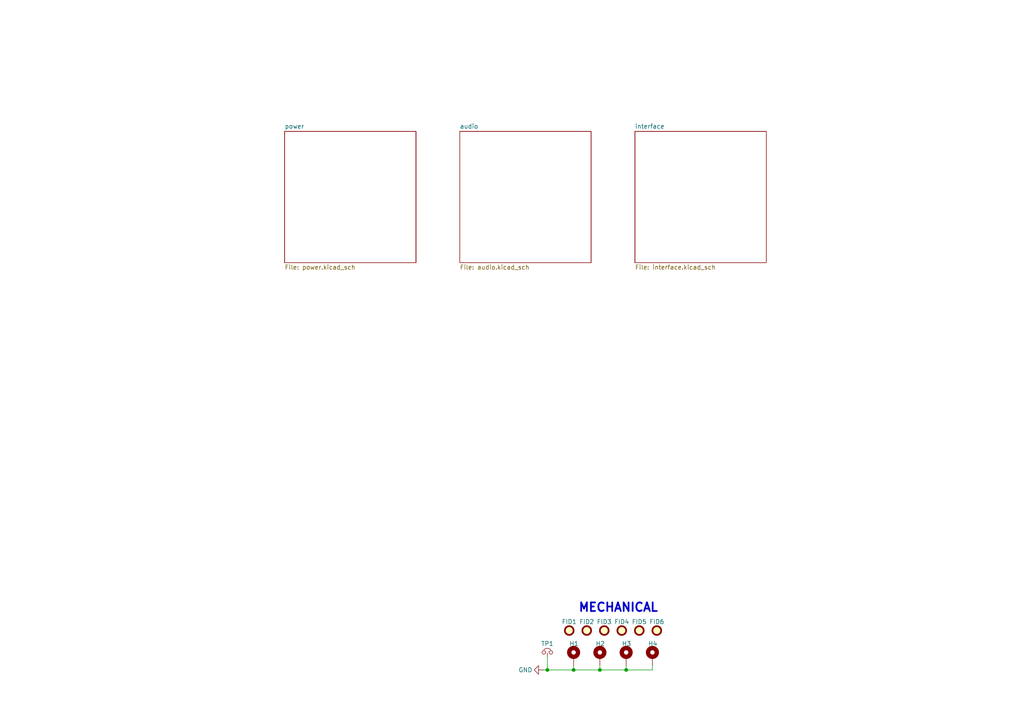
<source format=kicad_sch>
(kicad_sch (version 20250114) (generator "eeschema") (generator_version "9.0")
  (paper "A4")
  (title_block (title "LightSABRE DAC") (date "2026-01-09") (rev "1.0") (company "itz-embedded") (comment 1 "Author: D. Murgia"))
  (lib_symbols
    (symbol "dm_MECH:FID_001" (in_bom no)
      (property "Reference" "FID" (at 0 2.54 0))
      (symbol "FID_001_0_1"
        (circle (center 0 0) (radius 1.27) (stroke (width 0.508)) (fill (type background)))
      )
    )
    (symbol "dm_MECH:GND-TP" (pin_numbers (hide yes)) (pin_names (offset 0.762) (hide yes)) (in_bom no)
      (property "Reference" "TP" (at 0 2.032 0))
      (symbol "GND-TP_0_1"
        (circle (center -1.016 0) (radius 0.508))
        (arc (start -1.016 0.762) (mid 0 1.1828) (end 1.016 0.762))
        (circle (center 1.016 0) (radius 0.508))
        (pin passive line (at 0 -1.27 90) (length 1.016) (name "1") (number "1"))
      )
    )
    (symbol "dm_MECH:MOUNTING-HOLE-M2.5-SMALL" (pin_numbers (hide yes)) (pin_names (offset 1.016) (hide yes)) (in_bom no)
      (property "Reference" "H" (at 0 3.81 0))
      (symbol "MOUNTING-HOLE-M2.5-SMALL_0_1"
        (circle (center 0 0) (radius 1.27) (stroke (width 1.27)))
      )
      (symbol "MOUNTING-HOLE-M2.5-SMALL_1_1"
        (pin input line (at 0 -3.81 90) (length 2.54) (name "1") (number "1"))
      )
    )
    (symbol "power:GND" (power) (pin_numbers (hide yes)) (pin_names (offset 0) (hide yes))
      (property "Value" "GND" (at 0 -3.81 0))
      (symbol "GND_0_1"
        (polyline (pts (xy 0 0) (xy 0 -1.27) (xy 1.27 -1.27) (xy 0 -2.54) (xy -1.27 -1.27) (xy 0 -1.27)))
      )
      (symbol "GND_1_1"
        (pin power_in line (at 0 0 270) (length 0) (name "~") (number "1"))
      )
    )
  )
  (text "MECHANICAL" (at 167.64 177.8 0) (effects (font (size 2.4892 2.4892) (thickness 0.4978) (bold yes)) (justify left bottom)))
  (junction (at 181.61 194.31))
  (junction (at 173.99 194.31))
  (junction (at 166.37 194.31))
  (junction (at 158.75 194.31))
  (wire (pts (xy 189.23 194.31) (xy 181.61 194.31)))
  (wire (pts (xy 157.48 194.31) (xy 158.75 194.31)))
  (wire (pts (xy 173.99 194.31) (xy 181.61 194.31)))
  (wire (pts (xy 166.37 194.31) (xy 166.37 193.04)))
  (wire (pts (xy 189.23 193.04) (xy 189.23 194.31)))
  (wire (pts (xy 158.75 190.5) (xy 158.75 194.31)))
  (wire (pts (xy 158.75 194.31) (xy 166.37 194.31)))
  (wire (pts (xy 166.37 194.31) (xy 173.99 194.31)))
  (wire (pts (xy 173.99 193.04) (xy 173.99 194.31)))
  (wire (pts (xy 181.61 194.31) (xy 181.61 193.04)))
  (symbol (lib_id "dm_MECH:MOUNTING-HOLE-M2.5-SMALL") (at 166.37 189.23 0) (unit 1) (in_bom no)
    (property "Reference" "H1" (at 165.1 186.69 0) (effects (justify left)))
    (property "Value" "MOUNTING-HOLE-M2.5-SMALL" (effects (hide yes)))
    (property "Footprint" "dm_MECH:MOUNTING-HOLE-M2.5-ROUND-2.7MM-3.2MM" (effects (hide yes)))
    (property "Description" "Mounting Hole with connection" (effects (hide yes)))
    (property "Descr" "MOUNTING HOLE M2.5 SMALL" (effects (hide yes)))
    (property "MPN" "N.M." (effects (hide yes)))
    (property "LCSC" "N.M." (effects (hide yes)))
    (property "MOUSER" "N.M." (effects (hide yes)))
    (property "DIGIKEY" "N.M." (effects (hide yes)))
  )
  (symbol (lib_id "dm_MECH:MOUNTING-HOLE-M2.5-SMALL") (at 173.99 189.23 0) (unit 1) (in_bom no)
    (property "Reference" "H2" (at 172.72 186.69 0) (effects (justify left)))
    (property "Value" "MOUNTING-HOLE-M2.5-SMALL" (effects (hide yes)))
    (property "Footprint" "dm_MECH:MOUNTING-HOLE-M2.5-ROUND-2.7MM-3.2MM" (effects (hide yes)))
    (property "Description" "Mounting Hole with connection" (effects (hide yes)))
    (property "Descr" "MOUNTING HOLE M2.5 SMALL" (effects (hide yes)))
    (property "MPN" "N.M." (effects (hide yes)))
    (property "LCSC" "N.M." (effects (hide yes)))
    (property "MOUSER" "N.M." (effects (hide yes)))
    (property "DIGIKEY" "N.M." (effects (hide yes)))
  )
  (symbol (lib_id "dm_MECH:MOUNTING-HOLE-M2.5-SMALL") (at 181.61 189.23 0) (unit 1) (in_bom no)
    (property "Reference" "H3" (at 180.34 186.69 0) (effects (justify left)))
    (property "Value" "MOUNTING-HOLE-M2.5-SMALL" (effects (hide yes)))
    (property "Footprint" "dm_MECH:MOUNTING-HOLE-M2.5-ROUND-2.7MM-3.2MM" (effects (hide yes)))
    (property "Description" "Mounting Hole with connection" (effects (hide yes)))
    (property "Descr" "MOUNTING HOLE M2.5 SMALL" (effects (hide yes)))
    (property "MPN" "N.M." (effects (hide yes)))
    (property "LCSC" "N.M." (effects (hide yes)))
    (property "MOUSER" "N.M." (effects (hide yes)))
    (property "DIGIKEY" "N.M." (effects (hide yes)))
  )
  (symbol (lib_id "dm_MECH:MOUNTING-HOLE-M2.5-SMALL") (at 189.23 189.23 0) (unit 1) (in_bom no)
    (property "Reference" "H4" (at 187.96 186.69 0) (effects (justify left)))
    (property "Value" "MOUNTING-HOLE-M2.5-SMALL" (effects (hide yes)))
    (property "Footprint" "dm_MECH:MOUNTING-HOLE-M2.5-ROUND-2.7MM-3.2MM" (effects (hide yes)))
    (property "Description" "Mounting Hole with connection" (effects (hide yes)))
    (property "Descr" "MOUNTING HOLE M2.5 SMALL" (effects (hide yes)))
    (property "MPN" "N.M." (effects (hide yes)))
    (property "LCSC" "N.M." (effects (hide yes)))
    (property "MOUSER" "N.M." (effects (hide yes)))
    (property "DIGIKEY" "N.M." (effects (hide yes)))
  )
  (symbol (lib_id "dm_MECH:FID_001") (at 170.18 182.88 0) (unit 1) (in_bom no)
    (property "Reference" "FID2" (at 170.18 180.34 0))
    (property "Value" "FID_001" (effects (hide yes)))
    (property "Footprint" "Fiducial:Fiducial_0.5mm_Mask1mm" (effects (hide yes)))
    (property "Description" "Fiducial Marker" (effects (hide yes)))
    (property "Descr" "FIDUCIAL" (effects (hide yes)))
    (property "MPN" "N.M." (effects (hide yes)))
    (property "LCSC" "N.M." (effects (hide yes)))
    (property "MOUSER" "N.M." (effects (hide yes)))
    (property "DIGIKEY" "N.M." (effects (hide yes)))
  )
  (symbol (lib_id "dm_MECH:FID_001") (at 175.26 182.88 0) (unit 1) (in_bom no)
    (property "Reference" "FID3" (at 175.26 180.34 0))
    (property "Value" "FID_001" (effects (hide yes)))
    (property "Footprint" "Fiducial:Fiducial_0.5mm_Mask1mm" (effects (hide yes)))
    (property "Description" "Fiducial Marker" (effects (hide yes)))
    (property "Descr" "FIDUCIAL" (effects (hide yes)))
    (property "MPN" "N.M." (effects (hide yes)))
    (property "LCSC" "N.M." (effects (hide yes)))
    (property "MOUSER" "N.M." (effects (hide yes)))
    (property "DIGIKEY" "N.M." (effects (hide yes)))
  )
  (symbol (lib_id "dm_MECH:FID_001") (at 180.34 182.88 0) (unit 1) (in_bom no)
    (property "Reference" "FID4" (at 180.34 180.34 0))
    (property "Value" "FID_001" (effects (hide yes)))
    (property "Footprint" "Fiducial:Fiducial_0.5mm_Mask1mm" (effects (hide yes)))
    (property "Description" "Fiducial Marker" (effects (hide yes)))
    (property "Descr" "FIDUCIAL" (effects (hide yes)))
    (property "MPN" "N.M." (effects (hide yes)))
    (property "LCSC" "N.M." (effects (hide yes)))
    (property "MOUSER" "N.M." (effects (hide yes)))
    (property "DIGIKEY" "N.M." (effects (hide yes)))
  )
  (symbol (lib_id "dm_MECH:FID_001") (at 185.42 182.88 0) (unit 1) (in_bom no)
    (property "Reference" "FID5" (at 185.42 180.34 0))
    (property "Value" "FID_001" (effects (hide yes)))
    (property "Footprint" "Fiducial:Fiducial_0.5mm_Mask1mm" (effects (hide yes)))
    (property "Description" "Fiducial Marker" (effects (hide yes)))
    (property "Descr" "FIDUCIAL" (effects (hide yes)))
    (property "MPN" "N.M." (effects (hide yes)))
    (property "LCSC" "N.M." (effects (hide yes)))
    (property "MOUSER" "N.M." (effects (hide yes)))
    (property "DIGIKEY" "N.M." (effects (hide yes)))
  )
  (symbol (lib_id "dm_MECH:FID_001") (at 190.5 182.88 0) (unit 1) (in_bom no)
    (property "Reference" "FID6" (at 190.5 180.34 0))
    (property "Value" "FID_001" (effects (hide yes)))
    (property "Footprint" "Fiducial:Fiducial_0.5mm_Mask1mm" (effects (hide yes)))
    (property "Description" "Fiducial Marker" (effects (hide yes)))
    (property "Descr" "FIDUCIAL" (effects (hide yes)))
    (property "MPN" "N.M." (effects (hide yes)))
    (property "LCSC" "N.M." (effects (hide yes)))
    (property "MOUSER" "N.M." (effects (hide yes)))
    (property "DIGIKEY" "N.M." (effects (hide yes)))
  )
  (symbol (lib_id "dm_MECH:FID_001") (at 165.1 182.88 0) (unit 1) (in_bom no)
    (property "Reference" "FID1" (at 165.1 180.34 0))
    (property "Value" "FID_001" (effects (hide yes)))
    (property "Footprint" "Fiducial:Fiducial_0.5mm_Mask1mm" (effects (hide yes)))
    (property "Description" "Fiducial Marker" (effects (hide yes)))
    (property "Descr" "FIDUCIAL" (effects (hide yes)))
    (property "MPN" "N.M." (effects (hide yes)))
    (property "LCSC" "N.M." (effects (hide yes)))
    (property "MOUSER" "N.M." (effects (hide yes)))
    (property "DIGIKEY" "N.M." (effects (hide yes)))
  )
  (symbol (lib_id "power:GND") (at 157.48 194.31 270) (unit 1)
    (property "Reference" "#PWR01" (effects (hide yes)))
    (property "Value" "GND" (at 152.4 194.31 90))
    (property "Description" "Power symbol creates a global label with name \"GND\" , ground" (effects (hide yes)))
  )
  (symbol (lib_id "dm_MECH:GND-TP") (at 158.75 189.23 0) (unit 1) (in_bom no)
    (property "Reference" "TP1" (at 158.75 186.69 0))
    (property "Value" "GND-TP" (effects (hide yes)))
    (property "Footprint" "TestPoint:TestPoint_Bridge_Pitch7.62mm_Drill1.3mm" (effects (hide yes)))
    (property "Description" "GND Test Point Bridge" (effects (hide yes)))
    (property "Descr" "GND TEST POINT BRIDGE" (effects (hide yes)))
    (property "MPN" "N.M." (effects (hide yes)))
    (property "LCSC" "N.M." (effects (hide yes)))
    (property "MOUSER" "N.M." (effects (hide yes)))
    (property "DIGIKEY" "N.M." (effects (hide yes)))
  )
  (sheet (at 82.55 38.1) (size 38.1 38.1) (stroke (width 0.1524))
    (property "Sheetname" "power" (at 82.55 37.3884 0) (effects (justify left bottom)))
    (property "Sheetfile" "power.kicad_sch" (at 82.55 76.7846 0) (effects (justify left top)))
  )
  (sheet (at 133.35 38.1) (size 38.1 38.1) (stroke (width 0.1524))
    (property "Sheetname" "audio" (at 133.35 37.3884 0) (effects (justify left bottom)))
    (property "Sheetfile" "audio.kicad_sch" (at 133.35 76.7846 0) (effects (justify left top)))
  )
  (sheet (at 184.15 38.1) (size 38.1 38.1) (stroke (width 0.1524))
    (property "Sheetname" "interface" (at 184.15 37.3884 0) (effects (justify left bottom)))
    (property "Sheetfile" "interface.kicad_sch" (at 184.15 76.7846 0) (effects (justify left top)))
  )
)
</source>
